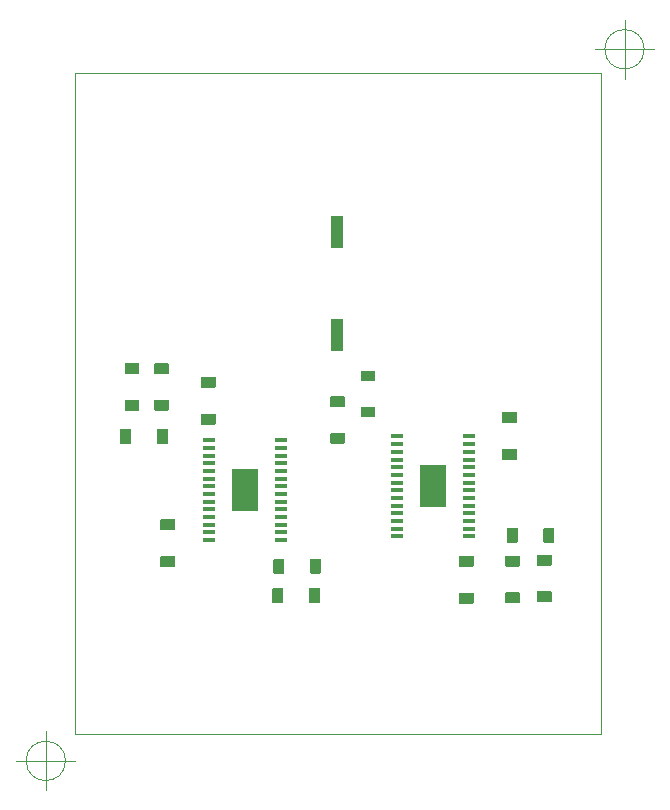
<source format=gbr>
%TF.GenerationSoftware,KiCad,Pcbnew,6.0.1*%
%TF.CreationDate,2022-06-20T02:46:21+02:00*%
%TF.ProjectId,PontHComplet_MK2,506f6e74-4843-46f6-9d70-6c65745f4d4b,rev?*%
%TF.SameCoordinates,Original*%
%TF.FileFunction,Paste,Top*%
%TF.FilePolarity,Positive*%
%FSLAX46Y46*%
G04 Gerber Fmt 4.6, Leading zero omitted, Abs format (unit mm)*
G04 Created by KiCad (PCBNEW 6.0.1) date 2022-06-20 02:46:21*
%MOMM*%
%LPD*%
G01*
G04 APERTURE LIST*
%TA.AperFunction,Profile*%
%ADD10C,0.050000*%
%TD*%
%ADD11R,1.260000X0.927500*%
%ADD12R,1.120000X0.315000*%
%ADD13R,2.170000X3.626000*%
%ADD14R,1.049020X2.809240*%
G04 APERTURE END LIST*
D10*
X126000000Y-133000000D02*
X170500000Y-132983704D01*
X170500000Y-132983704D02*
X170500000Y-77000000D01*
X170500000Y-77000000D02*
X126000000Y-77000000D01*
X126000000Y-77000000D02*
X126000000Y-133000000D01*
X125166666Y-135250000D02*
G75*
G03*
X125166666Y-135250000I-1666666J0D01*
G01*
X121000000Y-135250000D02*
X126000000Y-135250000D01*
X123500000Y-132750000D02*
X123500000Y-137750000D01*
X174166666Y-75000000D02*
G75*
G03*
X174166666Y-75000000I-1666666J0D01*
G01*
X170000000Y-75000000D02*
X175000000Y-75000000D01*
X172500000Y-72500000D02*
X172500000Y-77500000D01*
D11*
%TO.C,G8*%
X150750000Y-102625000D03*
X150750000Y-105750000D03*
%TD*%
%TO.C,D1*%
G36*
G01*
X134413174Y-118842530D02*
X133255674Y-118842530D01*
G75*
G02*
X133204424Y-118791280I0J51250D01*
G01*
X133204424Y-117966280D01*
G75*
G02*
X133255674Y-117915030I51250J0D01*
G01*
X134413174Y-117915030D01*
G75*
G02*
X134464424Y-117966280I0J-51250D01*
G01*
X134464424Y-118791280D01*
G75*
G02*
X134413174Y-118842530I-51250J0D01*
G01*
G37*
G36*
G01*
X134413174Y-115717530D02*
X133255674Y-115717530D01*
G75*
G02*
X133204424Y-115666280I0J51250D01*
G01*
X133204424Y-114841280D01*
G75*
G02*
X133255674Y-114790030I51250J0D01*
G01*
X134413174Y-114790030D01*
G75*
G02*
X134464424Y-114841280I0J-51250D01*
G01*
X134464424Y-115666280D01*
G75*
G02*
X134413174Y-115717530I-51250J0D01*
G01*
G37*
%TD*%
%TO.C,D10*%
G36*
G01*
X137828750Y-106776250D02*
X136671250Y-106776250D01*
G75*
G02*
X136620000Y-106725000I0J51250D01*
G01*
X136620000Y-105900000D01*
G75*
G02*
X136671250Y-105848750I51250J0D01*
G01*
X137828750Y-105848750D01*
G75*
G02*
X137880000Y-105900000I0J-51250D01*
G01*
X137880000Y-106725000D01*
G75*
G02*
X137828750Y-106776250I-51250J0D01*
G01*
G37*
G36*
G01*
X137828750Y-103651250D02*
X136671250Y-103651250D01*
G75*
G02*
X136620000Y-103600000I0J51250D01*
G01*
X136620000Y-102775000D01*
G75*
G02*
X136671250Y-102723750I51250J0D01*
G01*
X137828750Y-102723750D01*
G75*
G02*
X137880000Y-102775000I0J-51250D01*
G01*
X137880000Y-103600000D01*
G75*
G02*
X137828750Y-103651250I-51250J0D01*
G01*
G37*
%TD*%
%TO.C,D2*%
G36*
G01*
X129794337Y-108360736D02*
X129794337Y-107203236D01*
G75*
G02*
X129845587Y-107151986I51250J0D01*
G01*
X130670587Y-107151986D01*
G75*
G02*
X130721837Y-107203236I0J-51250D01*
G01*
X130721837Y-108360736D01*
G75*
G02*
X130670587Y-108411986I-51250J0D01*
G01*
X129845587Y-108411986D01*
G75*
G02*
X129794337Y-108360736I0J51250D01*
G01*
G37*
G36*
G01*
X132919337Y-108360736D02*
X132919337Y-107203236D01*
G75*
G02*
X132970587Y-107151986I51250J0D01*
G01*
X133795587Y-107151986D01*
G75*
G02*
X133846837Y-107203236I0J-51250D01*
G01*
X133846837Y-108360736D01*
G75*
G02*
X133795587Y-108411986I-51250J0D01*
G01*
X132970587Y-108411986D01*
G75*
G02*
X132919337Y-108360736I0J51250D01*
G01*
G37*
%TD*%
%TO.C,D3*%
G36*
G01*
X130221250Y-101573750D02*
X131378750Y-101573750D01*
G75*
G02*
X131430000Y-101625000I0J-51250D01*
G01*
X131430000Y-102450000D01*
G75*
G02*
X131378750Y-102501250I-51250J0D01*
G01*
X130221250Y-102501250D01*
G75*
G02*
X130170000Y-102450000I0J51250D01*
G01*
X130170000Y-101625000D01*
G75*
G02*
X130221250Y-101573750I51250J0D01*
G01*
G37*
G36*
G01*
X130221250Y-104698750D02*
X131378750Y-104698750D01*
G75*
G02*
X131430000Y-104750000I0J-51250D01*
G01*
X131430000Y-105575000D01*
G75*
G02*
X131378750Y-105626250I-51250J0D01*
G01*
X130221250Y-105626250D01*
G75*
G02*
X130170000Y-105575000I0J51250D01*
G01*
X130170000Y-104750000D01*
G75*
G02*
X130221250Y-104698750I51250J0D01*
G01*
G37*
%TD*%
%TO.C,D4*%
G36*
G01*
X132742500Y-101595000D02*
X133857500Y-101595000D01*
G75*
G02*
X133912500Y-101650000I0J-55000D01*
G01*
X133912500Y-102450000D01*
G75*
G02*
X133857500Y-102505000I-55000J0D01*
G01*
X132742500Y-102505000D01*
G75*
G02*
X132687500Y-102450000I0J55000D01*
G01*
X132687500Y-101650000D01*
G75*
G02*
X132742500Y-101595000I55000J0D01*
G01*
G37*
G36*
G01*
X132742500Y-104695000D02*
X133857500Y-104695000D01*
G75*
G02*
X133912500Y-104750000I0J-55000D01*
G01*
X133912500Y-105550000D01*
G75*
G02*
X133857500Y-105605000I-55000J0D01*
G01*
X132742500Y-105605000D01*
G75*
G02*
X132687500Y-105550000I0J55000D01*
G01*
X132687500Y-104750000D01*
G75*
G02*
X132742500Y-104695000I55000J0D01*
G01*
G37*
%TD*%
%TO.C,D5*%
G36*
G01*
X146782915Y-118215995D02*
X146782915Y-119330995D01*
G75*
G02*
X146727915Y-119385995I-55000J0D01*
G01*
X145927915Y-119385995D01*
G75*
G02*
X145872915Y-119330995I0J55000D01*
G01*
X145872915Y-118215995D01*
G75*
G02*
X145927915Y-118160995I55000J0D01*
G01*
X146727915Y-118160995D01*
G75*
G02*
X146782915Y-118215995I0J-55000D01*
G01*
G37*
G36*
G01*
X143682915Y-118215995D02*
X143682915Y-119330995D01*
G75*
G02*
X143627915Y-119385995I-55000J0D01*
G01*
X142827915Y-119385995D01*
G75*
G02*
X142772915Y-119330995I0J55000D01*
G01*
X142772915Y-118215995D01*
G75*
G02*
X142827915Y-118160995I55000J0D01*
G01*
X143627915Y-118160995D01*
G75*
G02*
X143682915Y-118215995I0J-55000D01*
G01*
G37*
%TD*%
%TO.C,D8*%
G36*
G01*
X146728762Y-120676149D02*
X146728762Y-121833649D01*
G75*
G02*
X146677512Y-121884899I-51250J0D01*
G01*
X145852512Y-121884899D01*
G75*
G02*
X145801262Y-121833649I0J51250D01*
G01*
X145801262Y-120676149D01*
G75*
G02*
X145852512Y-120624899I51250J0D01*
G01*
X146677512Y-120624899D01*
G75*
G02*
X146728762Y-120676149I0J-51250D01*
G01*
G37*
G36*
G01*
X143603762Y-120676149D02*
X143603762Y-121833649D01*
G75*
G02*
X143552512Y-121884899I-51250J0D01*
G01*
X142727512Y-121884899D01*
G75*
G02*
X142676262Y-121833649I0J51250D01*
G01*
X142676262Y-120676149D01*
G75*
G02*
X142727512Y-120624899I51250J0D01*
G01*
X143552512Y-120624899D01*
G75*
G02*
X143603762Y-120676149I0J-51250D01*
G01*
G37*
%TD*%
D12*
%TO.C,DRIVER_DROIT1*%
X137282356Y-108102483D03*
X137282356Y-108752483D03*
X137282356Y-109402483D03*
X137282356Y-110052483D03*
X137282356Y-110702483D03*
X137282356Y-111352483D03*
X137282356Y-112002483D03*
X137282356Y-112652483D03*
X137282356Y-113302483D03*
X137282356Y-113952483D03*
X137282356Y-114602483D03*
X137282356Y-115252483D03*
X137282356Y-115902483D03*
X137282356Y-116552483D03*
X143382356Y-116552483D03*
X143382356Y-115902483D03*
X143382356Y-115252483D03*
X143382356Y-114602483D03*
X143382356Y-113952483D03*
X143382356Y-113302483D03*
X143382356Y-112652483D03*
X143382356Y-112002483D03*
X143382356Y-111352483D03*
X143382356Y-110702483D03*
X143382356Y-110052483D03*
X143382356Y-109402483D03*
X143382356Y-108752483D03*
X143382356Y-108102483D03*
D13*
X140332356Y-112327483D03*
G36*
G01*
X140157359Y-112327483D02*
X140157359Y-112327483D01*
G75*
G02*
X140332359Y-112152483I175000J0D01*
G01*
X140332359Y-112152483D01*
G75*
G02*
X140507359Y-112327483I0J-175000D01*
G01*
X140507359Y-112327483D01*
G75*
G02*
X140332359Y-112502483I-175000J0D01*
G01*
X140332359Y-112502483D01*
G75*
G02*
X140157359Y-112327483I0J175000D01*
G01*
G37*
%TD*%
D12*
%TO.C,DRIVER_GAUCHE1*%
X159354068Y-116234324D03*
X159354068Y-115584324D03*
X159354068Y-114934324D03*
X159354068Y-114284324D03*
X159354068Y-113634324D03*
X159354068Y-112984324D03*
X159354068Y-112334324D03*
X159354068Y-111684324D03*
X159354068Y-111034324D03*
X159354068Y-110384324D03*
X159354068Y-109734324D03*
X159354068Y-109084324D03*
X159354068Y-108434324D03*
X159354068Y-107784324D03*
X153254068Y-107784324D03*
X153254068Y-108434324D03*
X153254068Y-109084324D03*
X153254068Y-109734324D03*
X153254068Y-110384324D03*
X153254068Y-111034324D03*
X153254068Y-111684324D03*
X153254068Y-112334324D03*
X153254068Y-112984324D03*
X153254068Y-113634324D03*
X153254068Y-114284324D03*
X153254068Y-114934324D03*
X153254068Y-115584324D03*
X153254068Y-116234324D03*
D13*
X156304068Y-112009324D03*
G36*
G01*
X156479065Y-112009324D02*
X156479065Y-112009324D01*
G75*
G02*
X156304065Y-112184324I-175000J0D01*
G01*
X156304065Y-112184324D01*
G75*
G02*
X156129065Y-112009324I0J175000D01*
G01*
X156129065Y-112009324D01*
G75*
G02*
X156304065Y-111834324I175000J0D01*
G01*
X156304065Y-111834324D01*
G75*
G02*
X156479065Y-112009324I0J-175000D01*
G01*
G37*
%TD*%
D14*
%TO.C,G3*%
X148165356Y-99195977D03*
X148165356Y-90483777D03*
%TD*%
%TO.C,G1*%
G36*
G01*
X166566527Y-115577195D02*
X166566527Y-116734695D01*
G75*
G02*
X166515277Y-116785945I-51250J0D01*
G01*
X165690277Y-116785945D01*
G75*
G02*
X165639027Y-116734695I0J51250D01*
G01*
X165639027Y-115577195D01*
G75*
G02*
X165690277Y-115525945I51250J0D01*
G01*
X166515277Y-115525945D01*
G75*
G02*
X166566527Y-115577195I0J-51250D01*
G01*
G37*
G36*
G01*
X163441527Y-115577195D02*
X163441527Y-116734695D01*
G75*
G02*
X163390277Y-116785945I-51250J0D01*
G01*
X162565277Y-116785945D01*
G75*
G02*
X162514027Y-116734695I0J51250D01*
G01*
X162514027Y-115577195D01*
G75*
G02*
X162565277Y-115525945I51250J0D01*
G01*
X163390277Y-115525945D01*
G75*
G02*
X163441527Y-115577195I0J-51250D01*
G01*
G37*
%TD*%
%TO.C,G11*%
G36*
G01*
X158521250Y-117873750D02*
X159678750Y-117873750D01*
G75*
G02*
X159730000Y-117925000I0J-51250D01*
G01*
X159730000Y-118750000D01*
G75*
G02*
X159678750Y-118801250I-51250J0D01*
G01*
X158521250Y-118801250D01*
G75*
G02*
X158470000Y-118750000I0J51250D01*
G01*
X158470000Y-117925000D01*
G75*
G02*
X158521250Y-117873750I51250J0D01*
G01*
G37*
G36*
G01*
X158521250Y-120998750D02*
X159678750Y-120998750D01*
G75*
G02*
X159730000Y-121050000I0J-51250D01*
G01*
X159730000Y-121875000D01*
G75*
G02*
X159678750Y-121926250I-51250J0D01*
G01*
X158521250Y-121926250D01*
G75*
G02*
X158470000Y-121875000I0J51250D01*
G01*
X158470000Y-121050000D01*
G75*
G02*
X158521250Y-120998750I51250J0D01*
G01*
G37*
%TD*%
%TO.C,G2*%
G36*
G01*
X162181846Y-105708250D02*
X163339346Y-105708250D01*
G75*
G02*
X163390596Y-105759500I0J-51250D01*
G01*
X163390596Y-106584500D01*
G75*
G02*
X163339346Y-106635750I-51250J0D01*
G01*
X162181846Y-106635750D01*
G75*
G02*
X162130596Y-106584500I0J51250D01*
G01*
X162130596Y-105759500D01*
G75*
G02*
X162181846Y-105708250I51250J0D01*
G01*
G37*
G36*
G01*
X162181846Y-108833250D02*
X163339346Y-108833250D01*
G75*
G02*
X163390596Y-108884500I0J-51250D01*
G01*
X163390596Y-109709500D01*
G75*
G02*
X163339346Y-109760750I-51250J0D01*
G01*
X162181846Y-109760750D01*
G75*
G02*
X162130596Y-109709500I0J51250D01*
G01*
X162130596Y-108884500D01*
G75*
G02*
X162181846Y-108833250I51250J0D01*
G01*
G37*
%TD*%
%TO.C,G4*%
G36*
G01*
X166281459Y-121834024D02*
X165123959Y-121834024D01*
G75*
G02*
X165072709Y-121782774I0J51250D01*
G01*
X165072709Y-120957774D01*
G75*
G02*
X165123959Y-120906524I51250J0D01*
G01*
X166281459Y-120906524D01*
G75*
G02*
X166332709Y-120957774I0J-51250D01*
G01*
X166332709Y-121782774D01*
G75*
G02*
X166281459Y-121834024I-51250J0D01*
G01*
G37*
G36*
G01*
X166281459Y-118709024D02*
X165123959Y-118709024D01*
G75*
G02*
X165072709Y-118657774I0J51250D01*
G01*
X165072709Y-117832774D01*
G75*
G02*
X165123959Y-117781524I51250J0D01*
G01*
X166281459Y-117781524D01*
G75*
G02*
X166332709Y-117832774I0J-51250D01*
G01*
X166332709Y-118657774D01*
G75*
G02*
X166281459Y-118709024I-51250J0D01*
G01*
G37*
%TD*%
%TO.C,G5*%
G36*
G01*
X163587824Y-121900780D02*
X162472824Y-121900780D01*
G75*
G02*
X162417824Y-121845780I0J55000D01*
G01*
X162417824Y-121045780D01*
G75*
G02*
X162472824Y-120990780I55000J0D01*
G01*
X163587824Y-120990780D01*
G75*
G02*
X163642824Y-121045780I0J-55000D01*
G01*
X163642824Y-121845780D01*
G75*
G02*
X163587824Y-121900780I-55000J0D01*
G01*
G37*
G36*
G01*
X163587824Y-118800780D02*
X162472824Y-118800780D01*
G75*
G02*
X162417824Y-118745780I0J55000D01*
G01*
X162417824Y-117945780D01*
G75*
G02*
X162472824Y-117890780I55000J0D01*
G01*
X163587824Y-117890780D01*
G75*
G02*
X163642824Y-117945780I0J-55000D01*
G01*
X163642824Y-118745780D01*
G75*
G02*
X163587824Y-118800780I-55000J0D01*
G01*
G37*
%TD*%
%TO.C,G6*%
G36*
G01*
X148757500Y-108406000D02*
X147642500Y-108406000D01*
G75*
G02*
X147587500Y-108351000I0J55000D01*
G01*
X147587500Y-107551000D01*
G75*
G02*
X147642500Y-107496000I55000J0D01*
G01*
X148757500Y-107496000D01*
G75*
G02*
X148812500Y-107551000I0J-55000D01*
G01*
X148812500Y-108351000D01*
G75*
G02*
X148757500Y-108406000I-55000J0D01*
G01*
G37*
G36*
G01*
X148757500Y-105306000D02*
X147642500Y-105306000D01*
G75*
G02*
X147587500Y-105251000I0J55000D01*
G01*
X147587500Y-104451000D01*
G75*
G02*
X147642500Y-104396000I55000J0D01*
G01*
X148757500Y-104396000D01*
G75*
G02*
X148812500Y-104451000I0J-55000D01*
G01*
X148812500Y-105251000D01*
G75*
G02*
X148757500Y-105306000I-55000J0D01*
G01*
G37*
%TD*%
M02*

</source>
